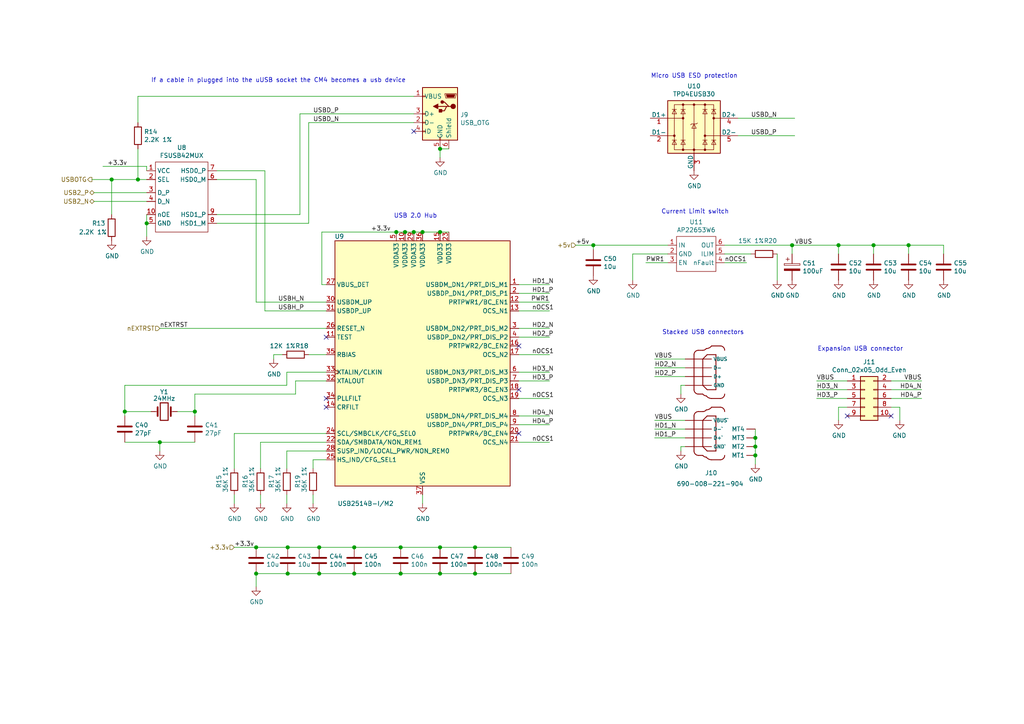
<source format=kicad_sch>
(kicad_sch (version 20250114) (generator "eeschema") (generator_version "9.0")
  (paper "A4")
  (lib_symbols
    (symbol "CM4IO:AP2553W6"
      (property "Reference" "U" (at 3.81 -6.35 0))
      (property "Value" "AP2553W6" (at -3.81 -6.35 0))
      (symbol "AP2553W6_0_0"
        (pin power_in line (at -8.89 2.54 0) (length 2.54) (name "IN") (number "1"))
        (pin power_out line (at -8.89 0 0) (length 2.54) (name "GND") (number "2"))
        (pin input line (at -8.89 -2.54 0) (length 2.54) (name "EN") (number "3"))
        (pin power_out line (at 7.62 2.54 180) (length 2.54) (name "OUT") (number "6"))
        (pin passive line (at 7.62 0 180) (length 2.54) (name "ILIM") (number "5"))
        (pin open_collector line (at 7.62 -2.54 180) (length 2.54) (name "nFault") (number "4"))
      )
    )
    (symbol "CM4IO:FSUSB42MX"
      (property "Reference" "U" (at -7.62 20.32 0))
      (property "Value" "FSUSB42MX" (at -2.54 -2.54 0))
      (symbol "FSUSB42MX_0_0"
        (pin bidirectional line (at -11.43 16.51 0) (length 2.54) (name "HSD0_P") (number "7"))
        (pin bidirectional line (at -11.43 13.97 0) (length 2.54) (name "HSD0_M") (number "6"))
        (pin bidirectional line (at -11.43 3.81 0) (length 2.54) (name "HSD1_P") (number "9"))
        (pin bidirectional line (at -11.43 1.27 0) (length 2.54) (name "HSD1_M") (number "8"))
        (pin power_in line (at 8.89 16.51 180) (length 2.54) (name "VCC") (number "1"))
        (pin input line (at 8.89 13.97 180) (length 2.54) (name "SEL") (number "2"))
        (pin bidirectional line (at 8.89 10.16 180) (length 2.54) (name "D_P") (number "3"))
        (pin bidirectional line (at 8.89 7.62 180) (length 2.54) (name "D_N") (number "4"))
        (pin input line (at 8.89 3.81 180) (length 2.54) (name "nOE") (number "10"))
        (pin power_in line (at 8.89 1.27 180) (length 2.54) (name "GND") (number "5"))
      )
    )
    (symbol "CM4IO:TPD4EUSB30" (pin_names (offset 0))
      (property "Reference" "U" (at -0.635 8.89 0))
      (property "Value" "TPD4EUSB30" (at 8.89 -10.16 0))
      (symbol "TPD4EUSB30_1_1"
        (pin passive line (at -12.7 2.54 0) (length 5.08) (name "D1+") (number "1"))
        (pin passive line (at -12.7 2.54 0) (length 5.08) (hide yes) (name "~") (number "10"))
        (pin passive line (at -12.7 -2.54 0) (length 5.08) (name "D1-") (number "2"))
        (pin passive line (at -12.7 -2.54 0) (length 5.08) (hide yes) (name "~") (number "9"))
        (pin power_in line (at 0 -12.7 90) (length 5.08) (name "GND") (number "3"))
        (pin passive line (at 0 -12.7 90) (length 5.08) (hide yes) (name "GND") (number "8"))
        (pin passive line (at 12.7 2.54 180) (length 5.08) (name "D2+") (number "4"))
        (pin passive line (at 12.7 2.54 180) (length 5.08) (hide yes) (name "~") (number "7"))
        (pin passive line (at 12.7 -2.54 180) (length 5.08) (name "D2-") (number "5"))
        (pin passive line (at 12.7 -2.54 180) (length 5.08) (hide yes) (name "~") (number "6"))
      )
    )
    (symbol "CM4IO:USB_67298-4090" (pin_numbers (hide yes))
      (property "Reference" "J" (at -5.08 21.6408 0))
      (property "Value" "USB_67298-4090" (at -5.08 -17.8054 0))
      (symbol "USB_67298-4090_0_0"
        (pin power_in line (at -7.62 15.24 0) (length 7.62) (name "VBUS") (number "5"))
        (pin passive line (at -7.62 12.7 0) (length 7.62) (name "D-") (number "6"))
        (pin passive line (at -7.62 10.16 0) (length 7.62) (name "D+") (number "7"))
        (pin power_in line (at -7.62 7.62 0) (length 7.62) (name "GND") (number "8"))
        (pin power_in line (at -7.62 -2.54 0) (length 7.62) (name "VBUS`") (number "1"))
        (pin passive line (at -7.62 -5.08 0) (length 7.62) (name "D-`") (number "2"))
        (pin passive line (at -7.62 -7.62 0) (length 7.62) (name "D+`") (number "3"))
        (pin power_in line (at -7.62 -10.16 0) (length 7.62) (name "GND`") (number "4"))
        (pin passive line (at 12.7 -5.08 180) (length 2.54) (name "MT4") (number "MT4"))
        (pin passive line (at 12.7 -7.62 180) (length 2.54) (name "MT3") (number "MT3"))
        (pin passive line (at 12.7 -10.16 180) (length 2.54) (name "MT2") (number "MT2"))
        (pin passive line (at 12.7 -12.7 180) (length 2.54) (name "MT1") (number "MT1"))
      )
    )
    (symbol "Connector:USB_OTG"
      (property "Reference" "J" (at -5.08 11.43 0))
      (property "Value" "USB_OTG" (at -5.08 8.89 0))
      (symbol "USB_OTG_1_1"
        (pin passive line (at -2.54 -10.16 90) (length 2.54) (name "Shield") (number "6"))
        (pin power_in line (at 0 -10.16 90) (length 2.54) (name "GND") (number "5"))
        (pin power_in line (at 7.62 5.08 180) (length 2.54) (name "VBUS") (number "1"))
        (pin passive line (at 7.62 0 180) (length 2.54) (name "D+") (number "3"))
        (pin passive line (at 7.62 -2.54 180) (length 2.54) (name "D-") (number "2"))
        (pin passive line (at 7.62 -5.08 180) (length 2.54) (name "ID") (number "4"))
      )
    )
    (symbol "Connector_Generic:Conn_02x05_Odd_Even" (pin_names (hide yes))
      (property "Reference" "J" (at 1.27 7.62 0))
      (property "Value" "Conn_02x05_Odd_Even" (at 1.27 -7.62 0))
      (symbol "Conn_02x05_Odd_Even_1_1"
        (pin passive line (at -5.08 5.08 0) (length 3.81) (name "Pin_1") (number "1"))
        (pin passive line (at -5.08 2.54 0) (length 3.81) (name "Pin_3") (number "3"))
        (pin passive line (at -5.08 0 0) (length 3.81) (name "Pin_5") (number "5"))
        (pin passive line (at -5.08 -2.54 0) (length 3.81) (name "Pin_7") (number "7"))
        (pin passive line (at -5.08 -5.08 0) (length 3.81) (name "Pin_9") (number "9"))
        (pin passive line (at 7.62 5.08 180) (length 3.81) (name "Pin_2") (number "2"))
        (pin passive line (at 7.62 2.54 180) (length 3.81) (name "Pin_4") (number "4"))
        (pin passive line (at 7.62 0 180) (length 3.81) (name "Pin_6") (number "6"))
        (pin passive line (at 7.62 -2.54 180) (length 3.81) (name "Pin_8") (number "8"))
        (pin passive line (at 7.62 -5.08 180) (length 3.81) (name "Pin_10") (number "10"))
      )
    )
    (symbol "Device:C" (pin_numbers (hide yes)) (pin_names (offset 0.254))
      (property "Reference" "C" (at 0.635 2.54 0))
      (property "Value" "C" (at 0.635 -2.54 0))
      (symbol "C_1_1"
        (pin passive line (at 0 3.81 270) (length 2.794) (name "~") (number "1"))
        (pin passive line (at 0 -3.81 90) (length 2.794) (name "~") (number "2"))
      )
    )
    (symbol "Device:CP" (pin_numbers (hide yes)) (pin_names (offset 0.254))
      (property "Reference" "C" (at 0.635 2.54 0))
      (property "Value" "CP" (at 0.635 -2.54 0))
      (symbol "CP_1_1"
        (pin passive line (at 0 3.81 270) (length 2.794) (name "~") (number "1"))
        (pin passive line (at 0 -3.81 90) (length 2.794) (name "~") (number "2"))
      )
    )
    (symbol "Device:Crystal" (pin_numbers (hide yes)) (pin_names (hide yes))
      (property "Reference" "Y" (at 0 3.81 0))
      (property "Value" "Crystal" (at 0 -3.81 0))
      (symbol "Crystal_1_1"
        (pin passive line (at -3.81 0 0) (length 1.27) (name "1") (number "1"))
        (pin passive line (at 3.81 0 180) (length 1.27) (name "2") (number "2"))
      )
    )
    (symbol "Device:R" (pin_numbers (hide yes)) (pin_names (offset 0))
      (property "Reference" "R" (at 2.032 0 90))
      (property "Value" "R" (at 0 0 90))
      (symbol "R_1_1"
        (pin passive line (at 0 3.81 270) (length 1.27) (name "~") (number "1"))
        (pin passive line (at 0 -3.81 90) (length 1.27) (name "~") (number "2"))
      )
    )
    (symbol "Interface_USB:USB2514B_Bi"
      (property "Reference" "U" (at -17.78 40.64 0))
      (property "Value" "USB2514B_Bi" (at -20.32 38.1 0))
      (symbol "USB2514B_Bi_1_1"
        (pin input line (at -27.94 22.86 0) (length 2.54) (name "VBUS_DET") (number "27"))
        (pin bidirectional line (at -27.94 17.78 0) (length 2.54) (name "USBDM_UP") (number "30"))
        (pin bidirectional line (at -27.94 15.24 0) (length 2.54) (name "USBDP_UP") (number "31"))
        (pin input line (at -27.94 10.16 0) (length 2.54) (name "RESET_N") (number "26"))
        (pin input line (at -27.94 7.62 0) (length 2.54) (name "TEST") (number "11"))
        (pin input line (at -27.94 2.54 0) (length 2.54) (name "RBIAS") (number "35"))
        (pin input clock (at -27.94 -2.54 0) (length 2.54) (name "XTALIN/CLKIN") (number "33"))
        (pin output line (at -27.94 -5.08 0) (length 2.54) (name "XTALOUT") (number "32"))
        (pin input line (at -27.94 -10.16 0) (length 2.54) (name "PLLFILT") (number "34"))
        (pin input line (at -27.94 -12.7 0) (length 2.54) (name "CRFILT") (number "14"))
        (pin bidirectional line (at -27.94 -20.32 0) (length 2.54) (name "SCL/SMBCLK/CFG_SEL0") (number "24"))
        (pin bidirectional line (at -27.94 -22.86 0) (length 2.54) (name "SDA/SMBDATA/NON_REM1") (number "22"))
        (pin bidirectional line (at -27.94 -25.4 0) (length 2.54) (name "SUSP_IND/LOCAL_PWR/NON_REM0") (number "28"))
        (pin bidirectional line (at -27.94 -27.94 0) (length 2.54) (name "HS_IND/CFG_SEL1") (number "25"))
        (pin power_in line (at -7.62 38.1 270) (length 2.54) (name "VDDA33") (number "5"))
        (pin power_in line (at -5.08 38.1 270) (length 2.54) (name "VDDA33") (number "10"))
        (pin power_in line (at -2.54 38.1 270) (length 2.54) (name "VDDA33") (number "29"))
        (pin power_in line (at 0 38.1 270) (length 2.54) (name "VDDA33") (number "36"))
        (pin power_in line (at 0 -38.1 90) (length 2.54) (name "VSS") (number "37"))
        (pin power_in line (at 5.08 38.1 270) (length 2.54) (name "VDD33") (number "15"))
        (pin power_in line (at 7.62 38.1 270) (length 2.54) (name "VDD33") (number "23"))
        (pin bidirectional line (at 27.94 22.86 180) (length 2.54) (name "USBDM_DN1/PRT_DIS_M1") (number "1"))
        (pin bidirectional line (at 27.94 20.32 180) (length 2.54) (name "USBDP_DN1/PRT_DIS_P1") (number "2"))
        (pin bidirectional line (at 27.94 17.78 180) (length 2.54) (name "PRTPWR1/BC_EN1") (number "12"))
        (pin input line (at 27.94 15.24 180) (length 2.54) (name "OCS_N1") (number "13"))
        (pin bidirectional line (at 27.94 10.16 180) (length 2.54) (name "USBDM_DN2/PRT_DIS_M2") (number "3"))
        (pin bidirectional line (at 27.94 7.62 180) (length 2.54) (name "USBDP_DN2/PRT_DIS_P2") (number "4"))
        (pin bidirectional line (at 27.94 5.08 180) (length 2.54) (name "PRTPWR2/BC_EN2") (number "16"))
        (pin input line (at 27.94 2.54 180) (length 2.54) (name "OCS_N2") (number "17"))
        (pin bidirectional line (at 27.94 -2.54 180) (length 2.54) (name "USBDM_DN3/PRT_DIS_M3") (number "6"))
        (pin bidirectional line (at 27.94 -5.08 180) (length 2.54) (name "USBDP_DN3/PRT_DIS_P3") (number "7"))
        (pin bidirectional line (at 27.94 -7.62 180) (length 2.54) (name "PRTPWR3/BC_EN3") (number "18"))
        (pin input line (at 27.94 -10.16 180) (length 2.54) (name "OCS_N3") (number "19"))
        (pin bidirectional line (at 27.94 -15.24 180) (length 2.54) (name "USBDM_DN4/PRT_DIS_M4") (number "8"))
        (pin bidirectional line (at 27.94 -17.78 180) (length 2.54) (name "USBDP_DN4/PRT_DIS_P4") (number "9"))
        (pin bidirectional line (at 27.94 -20.32 180) (length 2.54) (name "PRTPWR4/BC_EN4") (number "20"))
        (pin input line (at 27.94 -22.86 180) (length 2.54) (name "OCS_N4") (number "21"))
      )
    )
    (symbol "power:GND" (power) (pin_names (offset 0))
      (property "Value" "GND" (at 0 -3.81 0))
      (symbol "GND_1_1"
        (pin power_in line (at 0 0 270) (length 0) (hide yes) (name "GND") (number "1"))
      )
    )
  )
  (text "If a cable in plugged into the uUSB socket the CM4 becomes a usb device" (at 43.815 24.13 0) (effects (font (size 1.27 1.27)) (justify left bottom)))
  (text "Micro USB ESD protection" (at 213.995 22.86 0) (effects (font (size 1.27 1.27)) (justify right bottom)))
  (text "Stacked USB connectors" (at 215.8238 97.2312 0) (effects (font (size 1.27 1.27)) (justify right bottom)))
  (text "Expansion USB connector" (at 261.9756 102.0318 0) (effects (font (size 1.27 1.27)) (justify right bottom)))
  (text "Current Limit switch" (at 211.455 62.23 0) (effects (font (size 1.27 1.27)) (justify right bottom)))
  (text "USB 2.0 Hub" (at 126.7968 63.4492 0) (effects (font (size 1.27 1.27)) (justify right bottom)))
  (junction (at 172.085 71.12) (diameter 1.016))
  (junction (at 127.635 43.18) (diameter 1.016))
  (junction (at 122.555 67.31) (diameter 1.016))
  (junction (at 117.475 67.31) (diameter 1.016))
  (junction (at 42.545 64.77) (diameter 1.016))
  (junction (at 127.635 67.31) (diameter 1.016))
  (junction (at 32.385 52.07) (diameter 1.016))
  (junction (at 102.743 158.75) (diameter 1.016))
  (junction (at 102.743 166.37) (diameter 1.016))
  (junction (at 263.525 71.12) (diameter 1.016))
  (junction (at 219.075 132.08) (diameter 1.016))
  (junction (at 137.795 158.75) (diameter 1.016))
  (junction (at 116.205 166.37) (diameter 1.016))
  (junction (at 243.205 71.12) (diameter 1.016))
  (junction (at 83.439 166.37) (diameter 1.016))
  (junction (at 56.515 119.38) (diameter 1.016))
  (junction (at 120.015 67.31) (diameter 1.016))
  (junction (at 74.295 166.37) (diameter 1.016))
  (junction (at 137.795 166.37) (diameter 1.016))
  (junction (at 74.295 158.75) (diameter 1.016))
  (junction (at 114.935 67.31) (diameter 1.016))
  (junction (at 116.205 158.75) (diameter 1.016))
  (junction (at 36.195 119.38) (diameter 1.016))
  (junction (at 40.005 52.07) (diameter 1.016))
  (junction (at 92.583 158.75) (diameter 1.016))
  (junction (at 127.635 158.75) (diameter 1.016))
  (junction (at 92.583 166.37) (diameter 1.016))
  (junction (at 219.075 127) (diameter 1.016))
  (junction (at 219.075 129.54) (diameter 1.016))
  (junction (at 253.365 71.12) (diameter 1.016))
  (junction (at 83.439 158.75) (diameter 1.016))
  (junction (at 127.635 166.37) (diameter 1.016))
  (junction (at 229.743 71.12) (diameter 1.016))
  (junction (at 46.355 128.27) (diameter 1.016))
  (no_connect (at 150.495 100.33))
  (no_connect (at 94.615 118.11))
  (no_connect (at 258.445 120.65))
  (no_connect (at 150.495 113.03))
  (no_connect (at 94.615 115.57))
  (no_connect (at 245.745 120.65))
  (no_connect (at 150.495 125.73))
  (no_connect (at 94.615 97.79))
  (no_connect (at 120.015 38.1))
  (wire (pts (xy 137.795 158.75) (xy 148.209 158.75)))
  (wire (pts (xy 137.795 166.37) (xy 148.209 166.37)))
  (wire (pts (xy 40.005 52.07) (xy 32.385 52.07)))
  (wire (pts (xy 273.685 73.66) (xy 273.685 71.12)))
  (wire (pts (xy 197.485 129.54) (xy 197.485 130.81)))
  (wire (pts (xy 120.015 67.31) (xy 122.555 67.31)))
  (wire (pts (xy 213.995 34.29) (xy 230.505 34.29)))
  (wire (pts (xy 193.675 73.66) (xy 183.515 73.66)))
  (wire (pts (xy 83.439 166.37) (xy 92.583 166.37)))
  (wire (pts (xy 90.805 133.35) (xy 94.615 133.35)))
  (wire (pts (xy 86.995 62.23) (xy 86.995 33.02)))
  (wire (pts (xy 117.475 67.31) (xy 120.015 67.31)))
  (wire (pts (xy 42.545 64.77) (xy 42.545 68.58)))
  (wire (pts (xy 253.365 71.12) (xy 253.365 73.66)))
  (wire (pts (xy 36.195 120.65) (xy 36.195 119.38)))
  (wire (pts (xy 42.545 49.53) (xy 42.545 48.26)))
  (wire (pts (xy 263.525 71.12) (xy 273.685 71.12)))
  (wire (pts (xy 116.205 158.75) (xy 127.635 158.75)))
  (wire (pts (xy 150.495 107.95) (xy 159.385 107.95)))
  (wire (pts (xy 94.615 82.55) (xy 93.345 82.55)))
  (wire (pts (xy 40.005 35.56) (xy 40.005 27.94)))
  (wire (pts (xy 189.865 109.22) (xy 198.755 109.22)))
  (wire (pts (xy 86.995 33.02) (xy 120.015 33.02)))
  (wire (pts (xy 150.495 90.17) (xy 159.385 90.17)))
  (wire (pts (xy 79.375 102.87) (xy 79.375 104.14)))
  (wire (pts (xy 198.755 111.76) (xy 197.485 111.76)))
  (wire (pts (xy 210.185 71.12) (xy 229.743 71.12)))
  (wire (pts (xy 27.305 58.42) (xy 42.545 58.42)))
  (wire (pts (xy 56.515 119.38) (xy 56.515 120.65)))
  (wire (pts (xy 75.565 135.89) (xy 75.565 128.27)))
  (wire (pts (xy 76.835 49.53) (xy 76.835 90.17)))
  (wire (pts (xy 92.583 166.37) (xy 102.743 166.37)))
  (wire (pts (xy 243.205 71.12) (xy 253.365 71.12)))
  (wire (pts (xy 85.725 110.49) (xy 85.725 114.3)))
  (wire (pts (xy 67.945 135.89) (xy 67.945 125.73)))
  (wire (pts (xy 92.583 158.75) (xy 102.743 158.75)))
  (wire (pts (xy 187.325 76.2) (xy 193.675 76.2)))
  (wire (pts (xy 267.335 113.03) (xy 258.445 113.03)))
  (wire (pts (xy 89.535 35.56) (xy 120.015 35.56)))
  (wire (pts (xy 27.305 55.88) (xy 42.545 55.88)))
  (wire (pts (xy 172.085 71.12) (xy 193.675 71.12)))
  (wire (pts (xy 127.635 43.18) (xy 130.175 43.18)))
  (wire (pts (xy 225.425 73.66) (xy 225.425 81.28)))
  (wire (pts (xy 51.435 119.38) (xy 56.515 119.38)))
  (wire (pts (xy 102.743 166.37) (xy 116.205 166.37)))
  (wire (pts (xy 36.195 111.76) (xy 36.195 119.38)))
  (wire (pts (xy 150.495 123.19) (xy 159.385 123.19)))
  (wire (pts (xy 94.615 110.49) (xy 85.725 110.49)))
  (wire (pts (xy 210.185 76.2) (xy 216.535 76.2)))
  (wire (pts (xy 189.865 124.46) (xy 198.755 124.46)))
  (wire (pts (xy 150.495 82.55) (xy 159.385 82.55)))
  (wire (pts (xy 62.865 64.77) (xy 89.535 64.77)))
  (wire (pts (xy 74.295 158.75) (xy 83.439 158.75)))
  (wire (pts (xy 167.005 71.12) (xy 172.085 71.12)))
  (wire (pts (xy 127.635 45.72) (xy 127.635 43.18)))
  (wire (pts (xy 213.995 39.37) (xy 230.505 39.37)))
  (wire (pts (xy 150.495 97.79) (xy 159.385 97.79)))
  (wire (pts (xy 102.743 158.75) (xy 116.205 158.75)))
  (wire (pts (xy 258.445 118.11) (xy 260.985 118.11)))
  (wire (pts (xy 236.855 113.03) (xy 245.745 113.03)))
  (wire (pts (xy 81.915 102.87) (xy 79.375 102.87)))
  (wire (pts (xy 229.743 71.12) (xy 243.205 71.12)))
  (wire (pts (xy 62.865 62.23) (xy 86.995 62.23)))
  (wire (pts (xy 260.985 118.11) (xy 260.985 121.92)))
  (wire (pts (xy 62.865 52.07) (xy 74.295 52.07)))
  (wire (pts (xy 83.185 111.76) (xy 36.195 111.76)))
  (wire (pts (xy 150.495 110.49) (xy 159.385 110.49)))
  (wire (pts (xy 89.535 102.87) (xy 94.615 102.87)))
  (wire (pts (xy 36.195 119.38) (xy 43.815 119.38)))
  (wire (pts (xy 122.555 67.31) (xy 127.635 67.31)))
  (wire (pts (xy 189.865 121.92) (xy 198.755 121.92)))
  (wire (pts (xy 219.075 132.08) (xy 219.075 134.62)))
  (wire (pts (xy 36.195 128.27) (xy 46.355 128.27)))
  (wire (pts (xy 150.495 85.09) (xy 159.385 85.09)))
  (wire (pts (xy 267.335 115.57) (xy 258.445 115.57)))
  (wire (pts (xy 183.515 73.66) (xy 183.515 81.28)))
  (wire (pts (xy 85.725 114.3) (xy 56.515 114.3)))
  (wire (pts (xy 29.845 48.26) (xy 42.545 48.26)))
  (wire (pts (xy 189.865 127) (xy 198.755 127)))
  (wire (pts (xy 67.945 125.73) (xy 94.615 125.73)))
  (wire (pts (xy 236.855 115.57) (xy 245.745 115.57)))
  (wire (pts (xy 56.515 114.3) (xy 56.515 119.38)))
  (wire (pts (xy 94.615 87.63) (xy 74.295 87.63)))
  (wire (pts (xy 127.635 166.37) (xy 137.795 166.37)))
  (wire (pts (xy 40.005 43.18) (xy 40.005 52.07)))
  (wire (pts (xy 198.755 129.54) (xy 197.485 129.54)))
  (wire (pts (xy 122.555 143.51) (xy 122.555 146.05)))
  (wire (pts (xy 229.743 71.12) (xy 229.743 73.66)))
  (wire (pts (xy 127.635 158.75) (xy 137.795 158.75)))
  (wire (pts (xy 253.365 71.12) (xy 263.525 71.12)))
  (wire (pts (xy 150.495 120.65) (xy 159.385 120.65)))
  (wire (pts (xy 263.525 71.12) (xy 263.525 73.66)))
  (wire (pts (xy 127.635 67.31) (xy 130.175 67.31)))
  (wire (pts (xy 236.855 110.49) (xy 245.745 110.49)))
  (wire (pts (xy 26.67 52.07) (xy 32.385 52.07)))
  (wire (pts (xy 62.865 49.53) (xy 76.835 49.53)))
  (wire (pts (xy 243.205 118.11) (xy 245.745 118.11)))
  (wire (pts (xy 46.355 128.27) (xy 46.355 130.81)))
  (wire (pts (xy 67.945 158.75) (xy 74.295 158.75)))
  (wire (pts (xy 150.495 95.25) (xy 159.385 95.25)))
  (wire (pts (xy 172.085 72.39) (xy 172.085 71.12)))
  (wire (pts (xy 93.345 67.31) (xy 114.935 67.31)))
  (wire (pts (xy 76.835 90.17) (xy 94.615 90.17)))
  (wire (pts (xy 150.495 102.87) (xy 159.385 102.87)))
  (wire (pts (xy 75.565 128.27) (xy 94.615 128.27)))
  (wire (pts (xy 114.935 67.31) (xy 117.475 67.31)))
  (wire (pts (xy 74.295 166.37) (xy 83.439 166.37)))
  (wire (pts (xy 74.295 52.07) (xy 74.295 87.63)))
  (wire (pts (xy 46.355 95.25) (xy 94.615 95.25)))
  (wire (pts (xy 243.205 73.66) (xy 243.205 71.12)))
  (wire (pts (xy 67.945 143.51) (xy 67.945 146.05)))
  (wire (pts (xy 83.185 107.95) (xy 83.185 111.76)))
  (wire (pts (xy 74.295 170.18) (xy 74.295 166.37)))
  (wire (pts (xy 150.495 128.27) (xy 159.385 128.27)))
  (wire (pts (xy 83.185 130.81) (xy 94.615 130.81)))
  (wire (pts (xy 83.185 143.51) (xy 83.185 146.05)))
  (wire (pts (xy 189.865 104.14) (xy 198.755 104.14)))
  (wire (pts (xy 42.545 62.23) (xy 42.545 64.77)))
  (wire (pts (xy 42.545 52.07) (xy 40.005 52.07)))
  (wire (pts (xy 243.205 118.11) (xy 243.205 121.92)))
  (wire (pts (xy 219.075 124.46) (xy 219.075 127)))
  (wire (pts (xy 46.355 128.27) (xy 56.515 128.27)))
  (wire (pts (xy 93.345 82.55) (xy 93.345 67.31)))
  (wire (pts (xy 90.805 135.89) (xy 90.805 133.35)))
  (wire (pts (xy 40.005 27.94) (xy 120.015 27.94)))
  (wire (pts (xy 89.535 64.77) (xy 89.535 35.56)))
  (wire (pts (xy 219.075 127) (xy 219.075 129.54)))
  (wire (pts (xy 83.185 135.89) (xy 83.185 130.81)))
  (wire (pts (xy 189.865 106.68) (xy 198.755 106.68)))
  (wire (pts (xy 32.385 52.07) (xy 32.385 62.23)))
  (wire (pts (xy 197.485 111.76) (xy 197.485 114.3)))
  (wire (pts (xy 116.205 166.37) (xy 127.635 166.37)))
  (wire (pts (xy 150.495 87.63) (xy 159.385 87.63)))
  (wire (pts (xy 150.495 115.57) (xy 159.385 115.57)))
  (wire (pts (xy 219.075 129.54) (xy 219.075 132.08)))
  (wire (pts (xy 267.335 110.49) (xy 258.445 110.49)))
  (wire (pts (xy 90.805 143.51) (xy 90.805 146.05)))
  (wire (pts (xy 75.565 143.51) (xy 75.565 146.05)))
  (wire (pts (xy 83.185 107.95) (xy 94.615 107.95)))
  (wire (pts (xy 83.439 158.75) (xy 92.583 158.75)))
  (wire (pts (xy 210.185 73.66) (xy 217.805 73.66)))
  (label "HD3_P" (at 236.855 115.57 0))
  (label "nOCS1" (at 154.305 90.17 0))
  (label "VBUS" (at 236.855 110.49 0))
  (label "USBD_N" (at 90.805 35.56 0))
  (label "+3.3v" (at 31.115 48.26 0))
  (label "HD1_P" (at 154.305 85.09 0))
  (label "HD3_N" (at 154.305 107.95 0))
  (label "HD2_P" (at 154.305 97.79 0))
  (label "USBH_N" (at 80.645 87.63 0))
  (label "+5v" (at 167.005 71.12 0))
  (label "+3.3v" (at 107.569 67.31 0))
  (label "nOCS1" (at 154.305 128.27 0))
  (label "HD4_P" (at 154.305 123.19 0))
  (label "nEXTRST" (at 46.355 95.25 0))
  (label "USBH_P" (at 80.645 90.17 0))
  (label "HD1_P" (at 189.865 127 0))
  (label "HD4_N" (at 267.335 113.03 180))
  (label "VBUS" (at 189.865 104.14 0))
  (label "VBUS" (at 189.865 121.92 0))
  (label "HD3_P" (at 154.305 110.49 0))
  (label "PWR1" (at 187.325 76.2 0))
  (label "+3.3v" (at 67.945 158.75 0))
  (label "nOCS1" (at 154.305 115.57 0))
  (label "nOCS1" (at 210.185 76.2 0))
  (label "HD1_N" (at 154.305 82.55 0))
  (label "HD1_N" (at 189.865 124.46 0))
  (label "HD2_N" (at 189.865 106.68 0))
  (label "HD3_N" (at 236.855 113.03 0))
  (label "HD4_P" (at 267.335 115.57 180))
  (label "nOCS1" (at 154.305 102.87 0))
  (label "USBD_N" (at 217.805 34.29 0))
  (label "USBD_P" (at 90.805 33.02 0))
  (label "HD2_P" (at 189.865 109.22 0))
  (label "USBD_P" (at 217.805 39.37 0))
  (label "PWR1" (at 159.385 87.63 180))
  (label "HD2_N" (at 154.305 95.25 0))
  (label "VBUS" (at 230.505 71.12 0))
  (label "VBUS" (at 267.335 110.49 180))
  (label "HD4_N" (at 154.305 120.65 0))
  (hierarchical_label "+5v" (shape input) (at 167.005 71.12 180))
  (hierarchical_label "USBOTG" (shape output) (at 26.67 52.07 180))
  (hierarchical_label "USB2_N" (shape bidirectional) (at 27.305 58.42 180))
  (hierarchical_label "USB2_P" (shape bidirectional) (at 27.305 55.88 180))
  (hierarchical_label "nEXTRST" (shape input) (at 46.355 95.25 180))
  (hierarchical_label "+3.3v" (shape input) (at 67.945 158.75 180))
  (symbol (lib_id "power:GND") (at 197.485 130.81 0) (unit 1)
    (property "Reference" "#PWR050" (effects (hide yes)))
    (property "Value" "GND" (at 197.612 135.2042 0))
  )
  (symbol (lib_id "Device:C") (at 253.365 77.47 0) (unit 1)
    (property "Reference" "C53" (at 256.286 76.3016 0) (effects (justify left)))
    (property "Value" "10u" (at 256.286 78.613 0) (effects (justify left)))
    (property "Footprint" "Capacitor_SMD:C_0805_2012Metric" (effects (hide yes)))
    (property "Datasheet" "https://search.murata.co.jp/Ceramy/image/img/A01X/G101/ENG/GRM21BR71A106KA73-01.pdf" (effects (hide yes)))
    (property "Field5" "490-14381-1-ND" (effects (hide yes)))
    (property "Field4" "Digikey" (effects (hide yes)))
    (property "Field6" "GRM21BR71A106KA73L" (effects (hide yes)))
    (property "Field7" "Murata" (effects (hide yes)))
    (property "Part Description" "	10uF 10% 10V Ceramic Capacitor X7R 0805 (2012 Metric)" (effects (hide yes)))
    (property "Field8" "111893011" (effects (hide yes)))
  )
  (symbol (lib_id "Device:C") (at 137.795 162.56 0) (unit 1)
    (property "Reference" "C48" (at 140.716 161.3916 0) (effects (justify left)))
    (property "Value" "100n" (at 140.716 163.703 0) (effects (justify left)))
    (property "Footprint" "Capacitor_SMD:C_0402_1005Metric" (effects (hide yes)))
    (property "Datasheet" "https://search.murata.co.jp/Ceramy/image/img/A01X/G101/ENG/GRM155R71C104KA88-01.pdf" (effects (hide yes)))
    (property "Field4" "Farnell" (effects (hide yes)))
    (property "Field5" "2611911" (effects (hide yes)))
    (property "Field6" "RM EMK105 B7104KV-F" (effects (hide yes)))
    (property "Field7" "TAIYO YUDEN EUROPE GMBH" (effects (hide yes)))
    (property "Part Description" "	0.1uF 10% 16V Ceramic Capacitor X7R 0402 (1005 Metric)" (effects (hide yes)))
    (property "Field8" "110091611" (effects (hide yes)))
  )
  (symbol (lib_id "Interface_USB:USB2514B_Bi") (at 122.555 105.41 0) (unit 1)
    (property "Reference" "U9" (at 98.425 68.58 0))
    (property "Value" "USB2514B-I/M2" (at 106.045 146.05 0))
    (property "Footprint" "Package_DFN_QFN:QFN-36-1EP_6x6mm_P0.5mm_EP3.7x3.7mm" (effects (hide yes)))
    (property "Datasheet" "http://ww1.microchip.com/downloads/en/DeviceDoc/00001692C.pdf" (effects (hide yes)))
    (property "Field4" "Farnell" (effects (hide yes)))
    (property "Field5" "2775060" (effects (hide yes)))
    (property "Field6" "USB2514B-I/M2" (effects (hide yes)))
    (property "Field7" "Microchip" (effects (hide yes)))
    (property "Part Description" "	USB Hub Controller USB Interface 36-SQFN (6x6)" (effects (hide yes)))
    (property "Field8" "UICC00931" (effects (hide yes)))
  )
  (symbol (lib_id "Device:R") (at 221.615 73.66 90) (unit 1)
    (property "Reference" "R20" (at 225.425 69.85 90) (effects (justify left)))
    (property "Value" "15K 1%" (at 221.615 69.85 90) (effects (justify left)))
    (property "Footprint" "Resistor_SMD:R_0402_1005Metric" (effects (hide yes)))
    (property "Datasheet" "https://fscdn.rohm.com/en/products/databook/datasheet/passive/resistor/chip_resistor/mcr-e.pdf" (effects (hide yes)))
    (property "Field4" "Farnell" (effects (hide yes)))
    (property "Field5" "9239375" (effects (hide yes)))
    (property "Field6" "MCR01MZPF1502" (effects (hide yes)))
    (property "Field7" "Rohm" (effects (hide yes)))
    (property "Part Description" "Resistor 15K M1005 1% 63mW" (effects (hide yes)))
    (property "Field8" "120891581" (effects (hide yes)))
  )
  (symbol (lib_id "power:GND") (at 260.985 121.92 0) (mirror y) (unit 1)
    (property "Reference" "#PWR058" (effects (hide yes)))
    (property "Value" "GND" (at 260.858 126.3142 0))
  )
  (symbol (lib_id "power:GND") (at 201.295 49.53 0) (unit 1)
    (property "Reference" "#PWR051" (effects (hide yes)))
    (property "Value" "GND" (at 201.422 53.9242 0))
  )
  (symbol (lib_id "Device:R") (at 85.725 102.87 90) (unit 1)
    (property "Reference" "R18" (at 89.535 100.33 90) (effects (justify left)))
    (property "Value" "12K 1%" (at 85.725 100.33 90) (effects (justify left)))
    (property "Footprint" "Resistor_SMD:R_0402_1005Metric" (effects (hide yes)))
    (property "Datasheet" "https://fscdn.rohm.com/en/products/databook/datasheet/passive/resistor/chip_resistor/mcr-e.pdf" (effects (hide yes)))
    (property "Field4" "Farnell" (effects (hide yes)))
    (property "Field5" "9239367" (effects (hide yes)))
    (property "Field7" "Rohm" (effects (hide yes)))
    (property "Field6" "MCR01MZPF1202" (effects (hide yes)))
    (property "Part Description" "Resistor 12K M1005 1% 63mW" (effects (hide yes)))
  )
  (symbol (lib_id "power:GND") (at 74.295 170.18 0) (unit 1)
    (property "Reference" "#PWR040" (effects (hide yes)))
    (property "Value" "GND" (at 74.422 174.5742 0))
  )
  (symbol (lib_id "Device:C") (at 83.439 162.56 0) (unit 1)
    (property "Reference" "C43" (at 86.36 161.3916 0) (effects (justify left)))
    (property "Value" "10u" (at 86.36 163.703 0) (effects (justify left)))
    (property "Footprint" "Capacitor_SMD:C_0805_2012Metric" (effects (hide yes)))
    (property "Datasheet" "https://search.murata.co.jp/Ceramy/image/img/A01X/G101/ENG/GRM21BR71A106KA73-01.pdf" (effects (hide yes)))
    (property "Field5" "490-14381-1-ND" (effects (hide yes)))
    (property "Field4" "Digikey" (effects (hide yes)))
    (property "Field6" "GRM21BR71A106KA73L" (effects (hide yes)))
    (property "Field7" "Murata" (effects (hide yes)))
    (property "Part Description" "	10uF 10% 10V Ceramic Capacitor X7R 0805 (2012 Metric)" (effects (hide yes)))
    (property "Field8" "111893011" (effects (hide yes)))
  )
  (symbol (lib_id "Device:R") (at 32.385 66.04 0) (unit 1)
    (property "Reference" "R13" (at 26.67 64.77 0) (effects (justify left)))
    (property "Value" "2.2K 1%" (at 22.86 67.31 0) (effects (justify left)))
    (property "Footprint" "Resistor_SMD:R_0402_1005Metric" (effects (hide yes)))
    (property "Datasheet" "https://fscdn.rohm.com/en/products/databook/datasheet/passive/resistor/chip_resistor/mcr-e.pdf" (effects (hide yes)))
    (property "Field4" "Farnell" (effects (hide yes)))
    (property "Field5" "9239278" (effects (hide yes)))
    (property "Field7" "KOA EUROPE GMBH" (effects (hide yes)))
    (property "Field6" "RK73G1ETQTP2201D         " (effects (hide yes)))
    (property "Part Description" "Resistor 2.2K M1005 1% 63mW" (effects (hide yes)))
    (property "Field8" "120889581" (effects (hide yes)))
  )
  (symbol (lib_id "power:GND") (at 67.945 146.05 0) (unit 1)
    (property "Reference" "#PWR039" (effects (hide yes)))
    (property "Value" "GND" (at 68.072 150.4442 0))
  )
  (symbol (lib_id "power:GND") (at 75.565 146.05 0) (unit 1)
    (property "Reference" "#PWR041" (effects (hide yes)))
    (property "Value" "GND" (at 75.692 150.4442 0))
  )
  (symbol (lib_id "Device:C") (at 102.743 162.56 0) (unit 1)
    (property "Reference" "C45" (at 105.664 161.3916 0) (effects (justify left)))
    (property "Value" "100n" (at 105.664 163.703 0) (effects (justify left)))
    (property "Footprint" "Capacitor_SMD:C_0402_1005Metric" (effects (hide yes)))
    (property "Datasheet" "https://search.murata.co.jp/Ceramy/image/img/A01X/G101/ENG/GRM155R71C104KA88-01.pdf" (effects (hide yes)))
    (property "Field4" "Farnell" (effects (hide yes)))
    (property "Field5" "2611911" (effects (hide yes)))
    (property "Field6" "RM EMK105 B7104KV-F" (effects (hide yes)))
    (property "Field7" "TAIYO YUDEN EUROPE GMBH" (effects (hide yes)))
    (property "Part Description" "	0.1uF 10% 16V Ceramic Capacitor X7R 0402 (1005 Metric)" (effects (hide yes)))
    (property "Field8" "110091611" (effects (hide yes)))
  )
  (symbol (lib_id "power:GND") (at 172.085 80.01 0) (unit 1)
    (property "Reference" "#PWR047" (effects (hide yes)))
    (property "Value" "GND" (at 172.212 84.4042 0))
  )
  (symbol (lib_id "Device:C") (at 263.525 77.47 0) (unit 1)
    (property "Reference" "C54" (at 266.446 76.3016 0) (effects (justify left)))
    (property "Value" "10u" (at 266.446 78.613 0) (effects (justify left)))
    (property "Footprint" "Capacitor_SMD:C_0805_2012Metric" (effects (hide yes)))
    (property "Datasheet" "https://search.murata.co.jp/Ceramy/image/img/A01X/G101/ENG/GRM21BR71A106KA73-01.pdf" (effects (hide yes)))
    (property "Field5" "490-14381-1-ND" (effects (hide yes)))
    (property "Field4" "Digikey" (effects (hide yes)))
    (property "Field6" "GRM21BR71A106KA73L" (effects (hide yes)))
    (property "Field7" "Murata" (effects (hide yes)))
    (property "Part Description" "	10uF 10% 10V Ceramic Capacitor X7R 0805 (2012 Metric)" (effects (hide yes)))
    (property "Field8" "111893011" (effects (hide yes)))
  )
  (symbol (lib_id "CM4IO:AP2553W6") (at 202.565 73.66 0) (unit 1)
    (property "Reference" "U11" (at 201.93 64.389 0))
    (property "Value" "AP22653W6" (at 201.93 66.7004 0))
    (property "Footprint" "Package_TO_SOT_SMD:SOT-23-6" (effects (hide yes)))
    (property "Datasheet" "https://www.diodes.com/assets/Datasheets/AP255x.pdf" (effects (hide yes)))
    (property "Field4" "Digikey" (effects (hide yes)))
    (property "Field5" "	31-AP22653W6-7CT-ND" (effects (hide yes)))
    (property "Field6" "AP22653W6" (effects (hide yes)))
    (property "Field7" "Diodes" (effects (hide yes)))
    (property "Part Description" "	Power Switch/Driver 1:1 P-Channel 2.1A SOT-23-6" (effects (hide yes)))
  )
  (symbol (lib_id "power:GND") (at 253.365 81.28 0) (unit 1)
    (property "Reference" "#PWR057" (effects (hide yes)))
    (property "Value" "GND" (at 253.492 85.6742 0))
  )
  (symbol (lib_id "Device:R") (at 83.185 139.7 0) (unit 1)
    (property "Reference" "R17" (at 78.74 141.605 90) (effects (justify left)))
    (property "Value" "36K 1%" (at 80.645 142.875 90) (effects (justify left)))
    (property "Footprint" "Resistor_SMD:R_0402_1005Metric" (effects (hide yes)))
    (property "Datasheet" "https://fscdn.rohm.com/en/products/databook/datasheet/passive/resistor/chip_resistor/mcr-e.pdf" (effects (hide yes)))
    (property "Field4" "Farnell" (effects (hide yes)))
    (property "Field5" "1458788" (effects (hide yes)))
    (property "Field7" "Rohm" (effects (hide yes)))
    (property "Field6" "MCR01MZPF3602" (effects (hide yes)))
    (property "Part Description" "Resistor 36K M1005 1% 63mW" (effects (hide yes)))
  )
  (symbol (lib_id "Device:C") (at 74.295 162.56 0) (unit 1)
    (property "Reference" "C42" (at 77.216 161.3916 0) (effects (justify left)))
    (property "Value" "10u" (at 77.216 163.703 0) (effects (justify left)))
    (property "Footprint" "Capacitor_SMD:C_0805_2012Metric" (effects (hide yes)))
    (property "Datasheet" "https://search.murata.co.jp/Ceramy/image/img/A01X/G101/ENG/GRM21BR71A106KA73-01.pdf" (effects (hide yes)))
    (property "Field5" "490-14381-1-ND" (effects (hide yes)))
    (property "Field4" "Digikey" (effects (hide yes)))
    (property "Field6" "GRM21BR71A106KA73L" (effects (hide yes)))
    (property "Field7" "Murata" (effects (hide yes)))
    (property "Part Description" "	10uF 10% 10V Ceramic Capacitor X7R 0805 (2012 Metric)" (effects (hide yes)))
    (property "Field8" "111893011" (effects (hide yes)))
  )
  (symbol (lib_id "Device:R") (at 90.805 139.7 0) (unit 1)
    (property "Reference" "R19" (at 86.36 141.605 90) (effects (justify left)))
    (property "Value" "36K 1%" (at 88.265 142.875 90) (effects (justify left)))
    (property "Footprint" "Resistor_SMD:R_0402_1005Metric" (effects (hide yes)))
    (property "Datasheet" "https://fscdn.rohm.com/en/products/databook/datasheet/passive/resistor/chip_resistor/mcr-e.pdf" (effects (hide yes)))
    (property "Field4" "Farnell" (effects (hide yes)))
    (property "Field5" "1458788" (effects (hide yes)))
    (property "Field7" "Rohm" (effects (hide yes)))
    (property "Field6" "MCR01MZPF3602" (effects (hide yes)))
    (property "Part Description" "Resistor 36K M1005 1% 63mW" (effects (hide yes)))
  )
  (symbol (lib_id "power:GND") (at 122.555 146.05 0) (unit 1)
    (property "Reference" "#PWR045" (effects (hide yes)))
    (property "Value" "GND" (at 122.682 150.4442 0))
  )
  (symbol (lib_id "power:GND") (at 225.425 81.28 0) (unit 1)
    (property "Reference" "#PWR053" (effects (hide yes)))
    (property "Value" "GND" (at 225.552 85.6742 0))
  )
  (symbol (lib_id "Device:CP") (at 229.743 77.47 0) (unit 1)
    (property "Reference" "C51" (at 232.7402 76.327 0) (effects (justify left)))
    (property "Value" "100uF" (at 232.7402 78.613 0) (effects (justify left)))
    (property "Footprint" "Capacitor_Tantalum_SMD:CP_EIA-7343-31_Kemet-D" (effects (hide yes)))
    (property "Field4" "Mouser" (effects (hide yes)))
    (property "Field5" "667-EEF-CX0J101R" (effects (hide yes)))
    (property "Part Description" "Capacitor, SP-Cap, 100u, 6.3V, 15mR ESR" (effects (hide yes)))
  )
  (symbol (lib_id "Connector_Generic:Conn_02x05_Odd_Even") (at 250.825 115.57 0) (unit 1)
    (property "Reference" "J11" (at 252.095 104.9782 0))
    (property "Value" "Conn_02x05_Odd_Even" (at 252.095 107.2896 0))
    (property "Footprint" "Connector_PinHeader_2.54mm:PinHeader_2x05_P2.54mm_Vertical" (effects (hide yes)))
    (property "Datasheet" "https://www.toby.co.uk/uploads/publications/1673.pdf" (effects (hide yes)))
    (property "Field4" "Toby" (effects (hide yes)))
    (property "Field5" "THD-05-R" (effects (hide yes)))
    (property "Field6" "THD-05-R" (effects (hide yes)))
    (property "Field7" "Toby" (effects (hide yes)))
    (property "Part Description" "PinHeader_2x05_P2.54mm_Vertical" (effects (hide yes)))
  )
  (symbol (lib_id "Device:C") (at 127.635 162.56 0) (unit 1)
    (property "Reference" "C47" (at 130.556 161.3916 0) (effects (justify left)))
    (property "Value" "100n" (at 130.556 163.703 0) (effects (justify left)))
    (property "Footprint" "Capacitor_SMD:C_0402_1005Metric" (effects (hide yes)))
    (property "Datasheet" "https://search.murata.co.jp/Ceramy/image/img/A01X/G101/ENG/GRM155R71C104KA88-01.pdf" (effects (hide yes)))
    (property "Field4" "Farnell" (effects (hide yes)))
    (property "Field5" "2611911" (effects (hide yes)))
    (property "Field6" "RM EMK105 B7104KV-F" (effects (hide yes)))
    (property "Field7" "TAIYO YUDEN EUROPE GMBH" (effects (hide yes)))
    (property "Part Description" "	0.1uF 10% 16V Ceramic Capacitor X7R 0402 (1005 Metric)" (effects (hide yes)))
    (property "Field8" "110091611" (effects (hide yes)))
  )
  (symbol (lib_id "power:GND") (at 79.375 104.14 0) (unit 1)
    (property "Reference" "#PWR042" (effects (hide yes)))
    (property "Value" "GND" (at 79.502 108.5342 0))
  )
  (symbol (lib_id "CM4IO:TPD4EUSB30") (at 201.295 36.83 0) (unit 1)
    (property "Reference" "U10" (at 201.295 24.9682 0))
    (property "Value" "TPD4EUSB30" (at 201.295 27.2796 0))
    (property "Footprint" "Package_SON:USON-10_2.5x1.0mm_P0.5mm" (effects (hide yes)))
    (property "Datasheet" "http://www.ti.com/lit/ds/symlink/tpd2eusb30a.pdf" (effects (hide yes)))
    (property "Field4" "Farnell" (effects (hide yes)))
    (property "Field5" "2335455" (effects (hide yes)))
    (property "Field6" "CDDFN10-3324P-13" (effects (hide yes)))
    (property "Field7" "Bourns" (effects (hide yes)))
    (property "Field8" "UDIO00346" (effects (hide yes)))
    (property "Part Description" "Quad TVS diode for high speed signals (USB3, GigE etc.)" (effects (hide yes)))
  )
  (symbol (lib_id "power:GND") (at 32.385 69.85 0) (unit 1)
    (property "Reference" "#PWR036" (effects (hide yes)))
    (property "Value" "GND" (at 32.512 74.2442 0))
  )
  (symbol (lib_id "Device:C") (at 116.205 162.56 0) (unit 1)
    (property "Reference" "C46" (at 119.126 161.3916 0) (effects (justify left)))
    (property "Value" "100n" (at 119.126 163.703 0) (effects (justify left)))
    (property "Footprint" "Capacitor_SMD:C_0402_1005Metric" (effects (hide yes)))
    (property "Datasheet" "https://search.murata.co.jp/Ceramy/image/img/A01X/G101/ENG/GRM155R71C104KA88-01.pdf" (effects (hide yes)))
    (property "Field4" "Farnell" (effects (hide yes)))
    (property "Field5" "2611911" (effects (hide yes)))
    (property "Field6" "RM EMK105 B7104KV-F" (effects (hide yes)))
    (property "Field7" "TAIYO YUDEN EUROPE GMBH" (effects (hide yes)))
    (property "Part Description" "	0.1uF 10% 16V Ceramic Capacitor X7R 0402 (1005 Metric)" (effects (hide yes)))
    (property "Field8" "110091611" (effects (hide yes)))
  )
  (symbol (lib_id "power:GND") (at 219.075 134.62 0) (unit 1)
    (property "Reference" "#PWR052" (effects (hide yes)))
    (property "Value" "GND" (at 219.202 139.0142 0))
  )
  (symbol (lib_id "Device:C") (at 273.685 77.47 0) (unit 1)
    (property "Reference" "C55" (at 276.606 76.3016 0) (effects (justify left)))
    (property "Value" "10u" (at 276.606 78.613 0) (effects (justify left)))
    (property "Footprint" "Capacitor_SMD:C_0805_2012Metric" (effects (hide yes)))
    (property "Datasheet" "https://search.murata.co.jp/Ceramy/image/img/A01X/G101/ENG/GRM21BR71A106KA73-01.pdf" (effects (hide yes)))
    (property "Field5" "490-14381-1-ND" (effects (hide yes)))
    (property "Field4" "Digikey" (effects (hide yes)))
    (property "Field6" "GRM21BR71A106KA73L" (effects (hide yes)))
    (property "Field7" "Murata" (effects (hide yes)))
    (property "Part Description" "	10uF 10% 10V Ceramic Capacitor X7R 0805 (2012 Metric)" (effects (hide yes)))
    (property "Field8" "111893011" (effects (hide yes)))
  )
  (symbol (lib_id "power:GND") (at 46.355 130.81 0) (unit 1)
    (property "Reference" "#PWR038" (effects (hide yes)))
    (property "Value" "GND" (at 46.482 135.2042 0))
  )
  (symbol (lib_id "Device:C") (at 56.515 124.46 0) (unit 1)
    (property "Reference" "C41" (at 59.436 123.2916 0) (effects (justify left)))
    (property "Value" "27pF" (at 59.436 125.603 0) (effects (justify left)))
    (property "Footprint" "Capacitor_SMD:C_0402_1005Metric" (effects (hide yes)))
    (property "Datasheet" "https://search.murata.co.jp/Ceramy/image/img/A01X/G101/ENG/GJM1555C1H270JB01-01.pdf" (effects (hide yes)))
    (property "Field8" "UCAP00738 " (effects (hide yes)))
    (property "Field5" "490-17672-1-ND" (effects (hide yes)))
    (property "Field6" "GJM1555C1H270JB01D" (effects (hide yes)))
    (property "Field7" "Murata" (effects (hide yes)))
    (property "Part Description" "	27pF 5% 50V Ceramic Capacitor C0G, NP0 0402 (1005 Metric)" (effects (hide yes)))
    (property "Field4" "Digikey" (effects (hide yes)))
  )
  (symbol (lib_id "power:GND") (at 229.743 81.28 0) (unit 1)
    (property "Reference" "#PWR054" (effects (hide yes)))
    (property "Value" "GND" (at 229.87 85.6742 0))
  )
  (symbol (lib_id "Device:R") (at 67.945 139.7 0) (unit 1)
    (property "Reference" "R15" (at 63.5 141.605 90) (effects (justify left)))
    (property "Value" "36K 1%" (at 65.405 142.875 90) (effects (justify left)))
    (property "Footprint" "Resistor_SMD:R_0402_1005Metric" (effects (hide yes)))
    (property "Datasheet" "https://fscdn.rohm.com/en/products/databook/datasheet/passive/resistor/chip_resistor/mcr-e.pdf" (effects (hide yes)))
    (property "Field4" "Farnell" (effects (hide yes)))
    (property "Field5" "1458788" (effects (hide yes)))
    (property "Field7" "Rohm" (effects (hide yes)))
    (property "Field6" "MCR01MZPF3602" (effects (hide yes)))
    (property "Part Description" "Resistor 36K M1005 1% 63mW" (effects (hide yes)))
  )
  (symbol (lib_id "power:GND") (at 243.205 121.92 0) (unit 1)
    (property "Reference" "#PWR056" (effects (hide yes)))
    (property "Value" "GND" (at 243.332 126.3142 0))
  )
  (symbol (lib_id "power:GND") (at 90.805 146.05 0) (unit 1)
    (property "Reference" "#PWR044" (effects (hide yes)))
    (property "Value" "GND" (at 90.932 150.4442 0))
  )
  (symbol (lib_id "Connector:USB_OTG") (at 127.635 33.02 0) (mirror y) (unit 1)
    (property "Reference" "J9" (at 133.477 33.2994 0) (effects (justify right)))
    (property "Value" "USB_OTG" (at 133.477 35.6108 0) (effects (justify right)))
    (property "Footprint" "CM4IO:USB_Micro-B_EDAC_UCON00686" (effects (hide yes)))
    (property "Datasheet" "https://cdn.amphenol-icc.com/media/wysiwyg/files/documentation/datasheet/inputoutput/io_usb_micro.pd" (effects (hide yes)))
    (property "Field4" "Digikey" (effects (hide yes)))
    (property "Field5" "609-4050-2-ND" (effects (hide yes)))
    (property "Field6" "690-005-298-486" (effects (hide yes)))
    (property "Field7" "EDAC" (effects (hide yes)))
    (property "Part Description" "USB - micro B USB 2.0 Receptacle Connector 5 Position Surface Mount, Right Angle; Through Hole" (effects (hide yes)))
    (property "Field8" "UCON00686" (effects (hide yes)))
  )
  (symbol (lib_id "Device:R") (at 40.005 39.37 0) (unit 1)
    (property "Reference" "R14" (at 41.783 38.2016 0) (effects (justify left)))
    (property "Value" "2.2K 1%" (at 41.783 40.513 0) (effects (justify left)))
    (property "Footprint" "Resistor_SMD:R_0402_1005Metric" (effects (hide yes)))
    (property "Datasheet" "https://fscdn.rohm.com/en/products/databook/datasheet/passive/resistor/chip_resistor/mcr-e.pdf" (effects (hide yes)))
    (property "Field4" "Farnell" (effects (hide yes)))
    (property "Field5" "9239278" (effects (hide yes)))
    (property "Field7" "KOA EUROPE GMBH" (effects (hide yes)))
    (property "Field6" "RK73G1ETQTP2201D         " (effects (hide yes)))
    (property "Part Description" "Resistor 2.2K M1005 1% 63mW" (effects (hide yes)))
    (property "Field8" "120889581" (effects (hide yes)))
  )
  (symbol (lib_id "power:GND") (at 83.185 146.05 0) (unit 1)
    (property "Reference" "#PWR043" (effects (hide yes)))
    (property "Value" "GND" (at 83.312 150.4442 0))
  )
  (symbol (lib_id "Device:C") (at 148.209 162.56 0) (unit 1)
    (property "Reference" "C49" (at 151.13 161.3916 0) (effects (justify left)))
    (property "Value" "100n" (at 151.13 163.703 0) (effects (justify left)))
    (property "Footprint" "Capacitor_SMD:C_0402_1005Metric" (effects (hide yes)))
    (property "Datasheet" "https://search.murata.co.jp/Ceramy/image/img/A01X/G101/ENG/GRM155R71C104KA88-01.pdf" (effects (hide yes)))
    (property "Field4" "Farnell" (effects (hide yes)))
    (property "Field5" "2611911" (effects (hide yes)))
    (property "Field6" "RM EMK105 B7104KV-F" (effects (hide yes)))
    (property "Field7" "TAIYO YUDEN EUROPE GMBH" (effects (hide yes)))
    (property "Part Description" "	0.1uF 10% 16V Ceramic Capacitor X7R 0402 (1005 Metric)" (effects (hide yes)))
    (property "Field8" "110091611" (effects (hide yes)))
  )
  (symbol (lib_id "power:GND") (at 263.525 81.28 0) (unit 1)
    (property "Reference" "#PWR059" (effects (hide yes)))
    (property "Value" "GND" (at 263.652 85.6742 0))
  )
  (symbol (lib_id "CM4IO:USB_67298-4090") (at 206.375 119.38 0) (unit 1)
    (property "Reference" "J10" (at 204.47 137.16 0) (effects (justify left)))
    (property "Value" "690-008-221-904" (at 196.215 140.335 0) (effects (justify left)))
    (property "Footprint" "CM4IO:MOLEX_USB_67298-4090" (effects (hide yes)))
    (property "Datasheet" "https://www.molex.com/pdm_docs/sd/672984090_sd.pdf" (effects (hide yes)))
    (property "Field4" "Farnell" (effects (hide yes)))
    (property "Field5" "	2751688" (effects (hide yes)))
    (property "Field6" "690-008-221-904" (effects (hide yes)))
    (property "Field7" "EDAC" (effects (hide yes)))
    (property "Field8" "UCON00727" (effects (hide yes)))
    (property "Part Description" "USB-A (USB TYPE-A), Stacked Receptacle Connector 8 Position Through Hole, Right Angle" (effects (hide yes)))
  )
  (symbol (lib_id "power:GND") (at 197.485 114.3 0) (unit 1)
    (property "Reference" "#PWR049" (effects (hide yes)))
    (property "Value" "GND" (at 197.612 118.6942 0))
  )
  (symbol (lib_id "power:GND") (at 183.515 81.28 0) (unit 1)
    (property "Reference" "#PWR048" (effects (hide yes)))
    (property "Value" "GND" (at 183.642 85.6742 0))
  )
  (symbol (lib_id "CM4IO:FSUSB42MX") (at 51.435 66.04 0) (mirror y) (unit 1)
    (property "Reference" "U8" (at 52.705 42.799 0))
    (property "Value" "FSUSB42MUX" (at 52.705 45.1104 0))
    (property "Footprint" "Package_SO:MSOP-10_3x3mm_P0.5mm" (effects (hide yes)))
    (property "Datasheet" "https://www.onsemi.com/pub/Collateral/FSUSB42-D.PDF" (effects (hide yes)))
    (property "Field4" "Farnell" (effects (hide yes)))
    (property "Field5" "2564479" (effects (hide yes)))
    (property "Field6" "FSUSB42MUX" (effects (hide yes)))
    (property "Field7" "Onsemi" (effects (hide yes)))
    (property "Part Description" "USB Switch IC 1 Channel 10-MSOP" (effects (hide yes)))
  )
  (symbol (lib_id "power:GND") (at 243.205 81.28 0) (unit 1)
    (property "Reference" "#PWR055" (effects (hide yes)))
    (property "Value" "GND" (at 243.332 85.6742 0))
  )
  (symbol (lib_id "Device:R") (at 75.565 139.7 0) (unit 1)
    (property "Reference" "R16" (at 71.12 141.605 90) (effects (justify left)))
    (property "Value" "36K 1%" (at 73.025 142.875 90) (effects (justify left)))
    (property "Footprint" "Resistor_SMD:R_0402_1005Metric" (effects (hide yes)))
    (property "Datasheet" "https://fscdn.rohm.com/en/products/databook/datasheet/passive/resistor/chip_resistor/mcr-e.pdf" (effects (hide yes)))
    (property "Field4" "Farnell" (effects (hide yes)))
    (property "Field5" "1458788" (effects (hide yes)))
    (property "Field7" "Rohm" (effects (hide yes)))
    (property "Field6" "MCR01MZPF3602" (effects (hide yes)))
    (property "Part Description" "Resistor 36K M1005 1% 63mW" (effects (hide yes)))
  )
  (symbol (lib_id "Device:Crystal") (at 47.625 119.38 0) (unit 1)
    (property "Reference" "Y1" (at 47.625 113.665 0))
    (property "Value" "24MHz" (at 47.625 115.57 0))
    (property "Footprint" "Crystal:Crystal_SMD_HC49-SD" (effects (hide yes)))
    (property "Field4" "Farnell" (effects (hide yes)))
    (property "Field5" "2508493" (effects (hide yes)))
    (property "Field7" "AEL" (effects (hide yes)))
    (property "Field6" "X24M000000S128" (effects (hide yes)))
    (property "Part Description" "24MHz Crystal 18pf 30ppm 30ppm" (effects (hide yes)))
  )
  (symbol (lib_id "power:GND") (at 42.545 68.58 0) (unit 1)
    (property "Reference" "#PWR037" (effects (hide yes)))
    (property "Value" "GND" (at 42.672 72.9742 0))
  )
  (symbol (lib_id "Device:C") (at 243.205 77.47 0) (unit 1)
    (property "Reference" "C52" (at 246.126 76.3016 0) (effects (justify left)))
    (property "Value" "10u" (at 246.126 78.613 0) (effects (justify left)))
    (property "Footprint" "Capacitor_SMD:C_0805_2012Metric" (effects (hide yes)))
    (property "Datasheet" "https://search.murata.co.jp/Ceramy/image/img/A01X/G101/ENG/GRM21BR71A106KA73-01.pdf" (effects (hide yes)))
    (property "Field5" "490-14381-1-ND" (effects (hide yes)))
    (property "Field4" "Digikey" (effects (hide yes)))
    (property "Field6" "GRM21BR71A106KA73L" (effects (hide yes)))
    (property "Field7" "Murata" (effects (hide yes)))
    (property "Part Description" "	10uF 10% 10V Ceramic Capacitor X7R 0805 (2012 Metric)" (effects (hide yes)))
    (property "Field8" "111893011" (effects (hide yes)))
  )
  (symbol (lib_id "Device:C") (at 36.195 124.46 0) (unit 1)
    (property "Reference" "C40" (at 39.116 123.2916 0) (effects (justify left)))
    (property "Value" "27pF" (at 39.116 125.603 0) (effects (justify left)))
    (property "Footprint" "Capacitor_SMD:C_0402_1005Metric" (effects (hide yes)))
    (property "Datasheet" "https://search.murata.co.jp/Ceramy/image/img/A01X/G101/ENG/GJM1555C1H270JB01-01.pdf" (effects (hide yes)))
    (property "Field8" "UCAP00738 " (effects (hide yes)))
    (property "Field5" "490-17672-1-ND" (effects (hide yes)))
    (property "Field6" "GJM1555C1H270JB01D" (effects (hide yes)))
    (property "Field7" "Murata" (effects (hide yes)))
    (property "Part Description" "	27pF 5% 50V Ceramic Capacitor C0G, NP0 0402 (1005 Metric)" (effects (hide yes)))
    (property "Field4" "Digikey" (effects (hide yes)))
  )
  (symbol (lib_id "power:GND") (at 127.635 45.72 0) (unit 1)
    (property "Reference" "#PWR046" (effects (hide yes)))
    (property "Value" "GND" (at 127.762 50.1142 0))
  )
  (symbol (lib_id "Device:C") (at 92.583 162.56 0) (unit 1)
    (property "Reference" "C44" (at 95.504 161.3916 0) (effects (justify left)))
    (property "Value" "100n" (at 95.504 163.703 0) (effects (justify left)))
    (property "Footprint" "Capacitor_SMD:C_0402_1005Metric" (effects (hide yes)))
    (property "Datasheet" "https://search.murata.co.jp/Ceramy/image/img/A01X/G101/ENG/GRM155R71C104KA88-01.pdf" (effects (hide yes)))
    (property "Field4" "Farnell" (effects (hide yes)))
    (property "Field5" "2611911" (effects (hide yes)))
    (property "Field6" "RM EMK105 B7104KV-F" (effects (hide yes)))
    (property "Field7" "TAIYO YUDEN EUROPE GMBH" (effects (hide yes)))
    (property "Part Description" "	0.1uF 10% 16V Ceramic Capacitor X7R 0402 (1005 Metric)" (effects (hide yes)))
    (property "Field8" "110091611" (effects (hide yes)))
  )
  (symbol (lib_id "power:GND") (at 273.685 81.28 0) (unit 1)
    (property "Reference" "#PWR060" (effects (hide yes)))
    (property "Value" "GND" (at 273.812 85.6742 0))
  )
  (symbol (lib_id "Device:C") (at 172.085 76.2 0) (unit 1)
    (property "Reference" "C50" (at 175.006 75.0316 0) (effects (justify left)))
    (property "Value" "10u" (at 175.006 77.343 0) (effects (justify left)))
    (property "Footprint" "Capacitor_SMD:C_0805_2012Metric" (effects (hide yes)))
    (property "Datasheet" "https://search.murata.co.jp/Ceramy/image/img/A01X/G101/ENG/GRM21BR71A106KA73-01.pdf" (effects (hide yes)))
    (property "Field5" "490-14381-1-ND" (effects (hide yes)))
    (property "Field4" "Digikey" (effects (hide yes)))
    (property "Field6" "GRM21BR71A106KA73L" (effects (hide yes)))
    (property "Field7" "Murata" (effects (hide yes)))
    (property "Part Description" "	10uF 10% 10V Ceramic Capacitor X7R 0805 (2012 Metric)" (effects (hide yes)))
    (property "Field8" "111893011" (effects (hide yes)))
  )
)
</source>
